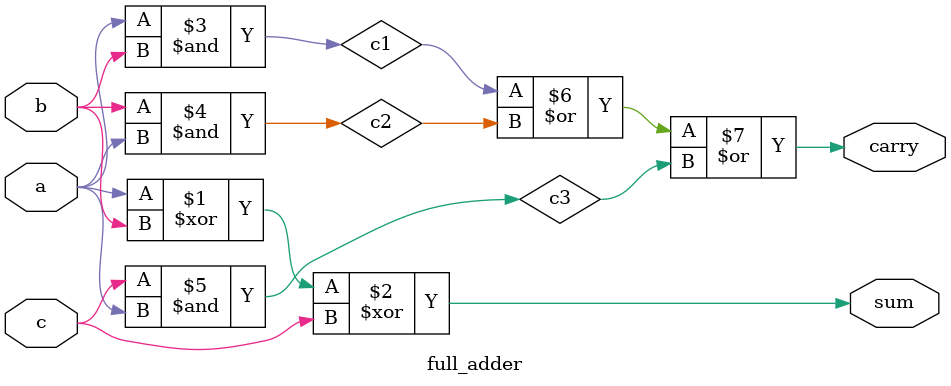
<source format=sv>
module full_adder (sum,carry,a,b,c);
  
  
  input a,b,c;
  output sum,carry;
  
  
  wire c1,c2,c3;
  xor x1 (sum, a, b, c);
  
  and  a1 (c1, a, b);
  and a2 (c2, b, a);
  and a3 (c3, c, a);
  
  
  or o1 (carry, c1, c2, c3);
endmodule
  
</source>
